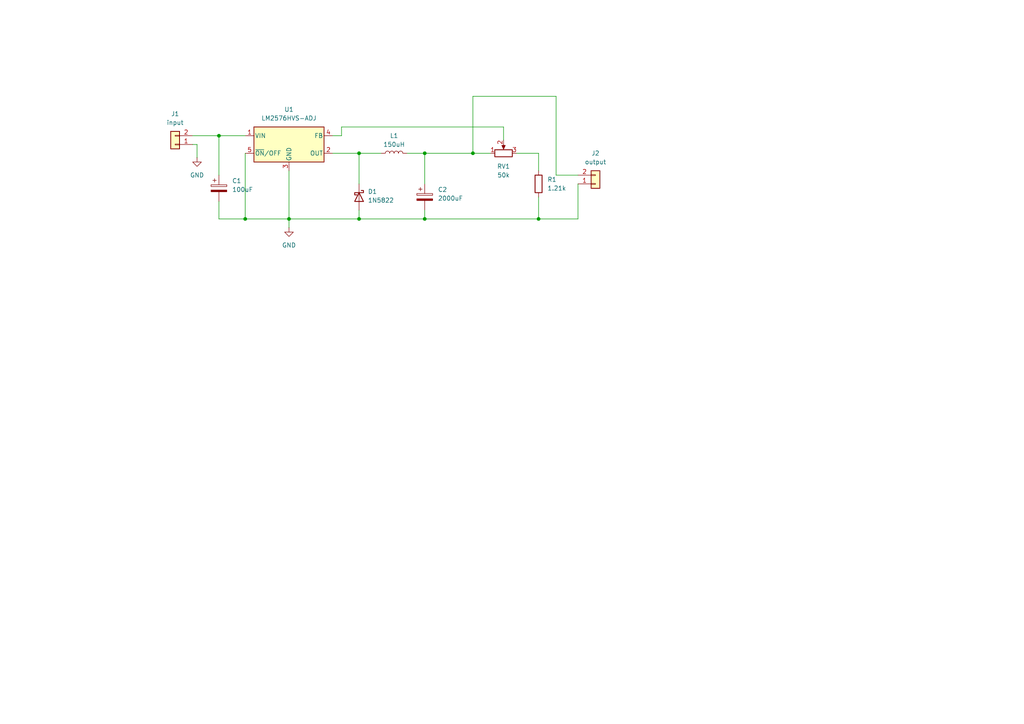
<source format=kicad_sch>
(kicad_sch (version 20231120) (generator "eeschema") (generator_version "8.0")
  (paper "A4")
  (lib_symbols
    (symbol "Connector_Generic:Conn_01x02" (pin_names (offset 1.016) hide)
      (property "Reference" "J" (at 0 2.54 0))
      (property "Value" "Conn_01x02" (at 0 -5.08 0))
      (symbol "Conn_01x02_1_1"
        (rectangle (start -1.27 -2.413) (end 0 -2.667) (stroke (width 0.1524)))
        (rectangle (start -1.27 0.127) (end 0 -0.127) (stroke (width 0.1524)))
        (rectangle (start -1.27 1.27) (end 1.27 -3.81) (stroke (width 0.254)) (fill (type background)))
        (pin passive line (at -5.08 0 0) (length 3.81) (name "Pin_1") (number "1"))
        (pin passive line (at -5.08 -2.54 0) (length 3.81) (name "Pin_2") (number "2"))
      )
    )
    (symbol "Device:C_Polarized" (pin_numbers hide) (pin_names (offset 0.254))
      (property "Reference" "C" (at 0.635 2.54 0))
      (property "Value" "C_Polarized" (at 0.635 -2.54 0))
      (symbol "C_Polarized_0_1"
        (rectangle (start -2.286 0.508) (end 2.286 1.016))
        (polyline (pts (xy -1.778 2.286) (xy -0.762 2.286)))
        (polyline (pts (xy -1.27 2.794) (xy -1.27 1.778)))
        (rectangle (start 2.286 -0.508) (end -2.286 -1.016) (fill (type outline)))
      )
      (symbol "C_Polarized_1_1"
        (pin passive line (at 0 3.81 270) (length 2.794) (name "~") (number "1"))
        (pin passive line (at 0 -3.81 90) (length 2.794) (name "~") (number "2"))
      )
    )
    (symbol "Device:L" (pin_numbers hide) (pin_names (offset 1.016) hide)
      (property "Reference" "L" (at -1.27 0 90))
      (property "Value" "L" (at 1.905 0 90))
      (symbol "L_0_1"
        (arc (start 0 -2.54) (mid 0.6323 -1.905) (end 0 -1.27))
        (arc (start 0 -1.27) (mid 0.6323 -0.635) (end 0 0))
        (arc (start 0 0) (mid 0.6323 0.635) (end 0 1.27))
        (arc (start 0 1.27) (mid 0.6323 1.905) (end 0 2.54))
      )
      (symbol "L_1_1"
        (pin passive line (at 0 3.81 270) (length 1.27) (name "1") (number "1"))
        (pin passive line (at 0 -3.81 90) (length 1.27) (name "2") (number "2"))
      )
    )
    (symbol "Device:R" (pin_numbers hide) (pin_names (offset 0))
      (property "Reference" "R" (at 2.032 0 90))
      (property "Value" "R" (at 0 0 90))
      (symbol "R_0_1"
        (rectangle (start -1.016 -2.54) (end 1.016 2.54) (stroke (width 0.254)))
      )
      (symbol "R_1_1"
        (pin passive line (at 0 3.81 270) (length 1.27) (name "~") (number "1"))
        (pin passive line (at 0 -3.81 90) (length 1.27) (name "~") (number "2"))
      )
    )
    (symbol "Device:R_Potentiometer" (pin_names (offset 1.016) hide)
      (property "Reference" "RV" (at -4.445 0 90))
      (property "Value" "R_Potentiometer" (at -2.54 0 90))
      (symbol "R_Potentiometer_0_1"
        (polyline (pts (xy 2.54 0) (xy 1.524 0)))
        (polyline (pts (xy 1.143 0) (xy 2.286 0.508) (xy 2.286 -0.508) (xy 1.143 0)) (fill (type outline)))
        (rectangle (start 1.016 2.54) (end -1.016 -2.54) (stroke (width 0.254)))
      )
      (symbol "R_Potentiometer_1_1"
        (pin passive line (at 0 3.81 270) (length 1.27) (name "1") (number "1"))
        (pin passive line (at 3.81 0 180) (length 1.27) (name "2") (number "2"))
        (pin passive line (at 0 -3.81 90) (length 1.27) (name "3") (number "3"))
      )
    )
    (symbol "Diode:1N5822" (pin_numbers hide) (pin_names (offset 1.016) hide)
      (property "Reference" "D" (at 0 2.54 0))
      (property "Value" "1N5822" (at 0 -2.54 0))
      (symbol "1N5822_0_1"
        (polyline (pts (xy 1.27 0) (xy -1.27 0)))
        (polyline (pts (xy 1.27 1.27) (xy 1.27 -1.27) (xy -1.27 0) (xy 1.27 1.27)) (stroke (width 0.254)))
        (polyline (pts (xy -1.905 0.635) (xy -1.905 1.27) (xy -1.27 1.27) (xy -1.27 -1.27) (xy -0.635 -1.27) (xy -0.635 -0.635)) (stroke (width 0.254)))
      )
      (symbol "1N5822_1_1"
        (pin passive line (at -3.81 0 0) (length 2.54) (name "K") (number "1"))
        (pin passive line (at 3.81 0 180) (length 2.54) (name "A") (number "2"))
      )
    )
    (symbol "Regulator_Switching:LM2576HVS-ADJ" (pin_names (offset 0.254))
      (property "Reference" "U" (at -10.16 6.35 0))
      (property "Value" "LM2576HVS-ADJ" (at 0 6.35 0))
      (symbol "LM2576HVS-ADJ_0_1"
        (rectangle (start -10.16 5.08) (end 10.16 -5.08) (stroke (width 0.254)) (fill (type background)))
      )
      (symbol "LM2576HVS-ADJ_1_1"
        (pin power_in line (at -12.7 2.54 0) (length 2.54) (name "VIN") (number "1"))
        (pin output line (at 12.7 -2.54 180) (length 2.54) (name "OUT") (number "2"))
        (pin power_in line (at 0 -7.62 90) (length 2.54) (name "GND") (number "3"))
        (pin input line (at 12.7 2.54 180) (length 2.54) (name "FB") (number "4"))
        (pin input line (at -12.7 -2.54 0) (length 2.54) (name "~{ON}/OFF") (number "5"))
      )
    )
    (symbol "power:GND" (power) (pin_numbers hide) (pin_names (offset 0) hide)
      (property "Value" "GND" (at 0 -3.81 0))
      (symbol "GND_0_1"
        (polyline (pts (xy 0 0) (xy 0 -1.27) (xy 1.27 -1.27) (xy 0 -2.54) (xy -1.27 -1.27) (xy 0 -1.27)))
      )
      (symbol "GND_1_1"
        (pin power_in line (at 0 0 270) (length 0) (name "~") (number "1"))
      )
    )
  )
  (junction (at 156.21 63.5))
  (junction (at 83.82 63.5))
  (junction (at 123.19 63.5))
  (junction (at 104.14 63.5))
  (junction (at 71.12 63.5))
  (junction (at 137.16 44.45))
  (junction (at 63.5 39.37))
  (junction (at 104.14 44.45))
  (junction (at 123.19 44.45))
  (wire (pts (xy 167.64 63.5) (xy 156.21 63.5)))
  (wire (pts (xy 99.06 36.83) (xy 146.05 36.83)))
  (wire (pts (xy 146.05 36.83) (xy 146.05 40.64)))
  (wire (pts (xy 71.12 39.37) (xy 63.5 39.37)))
  (wire (pts (xy 123.19 44.45) (xy 123.19 53.34)))
  (wire (pts (xy 63.5 39.37) (xy 63.5 50.8)))
  (wire (pts (xy 161.29 50.8) (xy 161.29 27.94)))
  (wire (pts (xy 63.5 63.5) (xy 71.12 63.5)))
  (wire (pts (xy 71.12 44.45) (xy 71.12 63.5)))
  (wire (pts (xy 167.64 53.34) (xy 167.64 63.5)))
  (wire (pts (xy 55.88 41.91) (xy 57.15 41.91)))
  (wire (pts (xy 83.82 63.5) (xy 83.82 66.04)))
  (wire (pts (xy 83.82 49.53) (xy 83.82 63.5)))
  (wire (pts (xy 104.14 44.45) (xy 104.14 53.34)))
  (wire (pts (xy 104.14 44.45) (xy 110.49 44.45)))
  (wire (pts (xy 123.19 63.5) (xy 104.14 63.5)))
  (wire (pts (xy 99.06 39.37) (xy 99.06 36.83)))
  (wire (pts (xy 156.21 57.15) (xy 156.21 63.5)))
  (wire (pts (xy 156.21 44.45) (xy 149.86 44.45)))
  (wire (pts (xy 137.16 44.45) (xy 142.24 44.45)))
  (wire (pts (xy 55.88 39.37) (xy 63.5 39.37)))
  (wire (pts (xy 118.11 44.45) (xy 123.19 44.45)))
  (wire (pts (xy 63.5 58.42) (xy 63.5 63.5)))
  (wire (pts (xy 104.14 63.5) (xy 83.82 63.5)))
  (wire (pts (xy 156.21 49.53) (xy 156.21 44.45)))
  (wire (pts (xy 96.52 44.45) (xy 104.14 44.45)))
  (wire (pts (xy 137.16 27.94) (xy 137.16 44.45)))
  (wire (pts (xy 96.52 39.37) (xy 99.06 39.37)))
  (wire (pts (xy 57.15 41.91) (xy 57.15 45.72)))
  (wire (pts (xy 123.19 44.45) (xy 137.16 44.45)))
  (wire (pts (xy 104.14 60.96) (xy 104.14 63.5)))
  (wire (pts (xy 156.21 63.5) (xy 123.19 63.5)))
  (wire (pts (xy 71.12 63.5) (xy 83.82 63.5)))
  (wire (pts (xy 161.29 27.94) (xy 137.16 27.94)))
  (wire (pts (xy 167.64 50.8) (xy 161.29 50.8)))
  (wire (pts (xy 123.19 60.96) (xy 123.19 63.5)))
  (symbol (lib_id "Device:C_Polarized") (at 63.5 54.61 0) (unit 1)
    (property "Reference" "C1" (at 67.31 52.4509 0) (effects (justify left)))
    (property "Value" "100uF" (at 67.31 54.9909 0) (effects (justify left)))
    (property "Footprint" "Capacitor_SMD:CP_Elec_8x6.5" (effects (hide yes)))
    (property "Description" "Polarized capacitor" (effects (hide yes)))
  )
  (symbol (lib_id "power:GND") (at 57.15 45.72 0) (unit 1)
    (property "Reference" "#PWR02" (effects (hide yes)))
    (property "Value" "GND" (at 57.15 50.8 0))
    (property "Description" "Power symbol creates a global label with name \"GND\" , ground" (effects (hide yes)))
  )
  (symbol (lib_id "Regulator_Switching:LM2576HVS-ADJ") (at 83.82 41.91 0) (unit 1)
    (property "Reference" "U1" (at 83.82 31.75 0))
    (property "Value" "LM2576HVS-ADJ" (at 83.82 34.29 0))
    (property "Footprint" "Package_TO_SOT_SMD:TO-263-5_TabPin3" (effects (hide yes)))
    (property "Datasheet" "http://www.ti.com/lit/ds/symlink/lm2576.pdf" (effects (hide yes)))
    (property "Description" "Adjustable Output Voltage, 3A SIMPLE SWITCHER® Step-Down Voltage Regulator, High Voltage Input, TO-263" (effects (hide yes)))
  )
  (symbol (lib_id "Diode:1N5822") (at 104.14 57.15 270) (unit 1)
    (property "Reference" "D1" (at 106.68 55.5624 90) (effects (justify left)))
    (property "Value" "1N5822" (at 106.68 58.1024 90) (effects (justify left)))
    (property "Footprint" "Diode_SMD:D_SMA_Handsoldering" (effects (hide yes)))
    (property "Datasheet" "http://www.vishay.com/docs/88526/1n5820.pdf" (effects (hide yes)))
    (property "Description" "40V 3A Schottky Barrier Rectifier Diode, DO-201AD" (effects (hide yes)))
  )
  (symbol (lib_id "power:GND") (at 83.82 66.04 0) (unit 1)
    (property "Reference" "#PWR01" (effects (hide yes)))
    (property "Value" "GND" (at 83.82 71.12 0))
    (property "Description" "Power symbol creates a global label with name \"GND\" , ground" (effects (hide yes)))
  )
  (symbol (lib_id "Device:R") (at 156.21 53.34 0) (unit 1)
    (property "Reference" "R1" (at 158.75 52.0699 0) (effects (justify left)))
    (property "Value" "1.21k" (at 158.75 54.6099 0) (effects (justify left)))
    (property "Footprint" "Resistor_SMD:R_1206_3216Metric" (effects (hide yes)))
    (property "Description" "Resistor" (effects (hide yes)))
  )
  (symbol (lib_id "Connector_Generic:Conn_01x02") (at 50.8 41.91 180) (unit 1)
    (property "Reference" "J1" (at 50.8 33.02 0))
    (property "Value" "input" (at 50.8 35.56 0))
    (property "Footprint" "Connector_Phoenix_MC:PhoenixContact_MC_1,5_2-G-3.5_1x02_P3.50mm_Horizontal" (effects (hide yes)))
    (property "Description" "Generic connector, single row, 01x02, script generated (kicad-library-utils/schlib/autogen/connector/)" (effects (hide yes)))
  )
  (symbol (lib_id "Connector_Generic:Conn_01x02") (at 172.72 53.34 0) (mirror x) (unit 1)
    (property "Reference" "J2" (at 172.72 44.45 0))
    (property "Value" "output" (at 172.72 46.99 0))
    (property "Footprint" "Connector_Phoenix_MC:PhoenixContact_MC_1,5_2-G-3.5_1x02_P3.50mm_Horizontal" (effects (hide yes)))
    (property "Description" "Generic connector, single row, 01x02, script generated (kicad-library-utils/schlib/autogen/connector/)" (effects (hide yes)))
  )
  (symbol (lib_id "Device:R_Potentiometer") (at 146.05 44.45 90) (unit 1)
    (property "Reference" "RV1" (at 146.05 48.26 90))
    (property "Value" "50k" (at 146.05 50.8 90))
    (property "Footprint" "Potentiometer_THT:Potentiometer_Bourns_3296W_Vertical" (effects (hide yes)))
    (property "Description" "Potentiometer" (effects (hide yes)))
  )
  (symbol (lib_id "Device:C_Polarized") (at 123.19 57.15 0) (unit 1)
    (property "Reference" "C2" (at 127 54.9909 0) (effects (justify left)))
    (property "Value" "2000uF" (at 127 57.5309 0) (effects (justify left)))
    (property "Footprint" "Capacitor_SMD:CP_Elec_16x17.5" (effects (hide yes)))
    (property "Description" "Polarized capacitor" (effects (hide yes)))
  )
  (symbol (lib_id "Device:L") (at 114.3 44.45 90) (unit 1)
    (property "Reference" "L1" (at 114.3 39.37 90))
    (property "Value" "150uH" (at 114.3 41.91 90))
    (property "Footprint" "Inductor_SMD:L_1210_3225Metric" (effects (hide yes)))
    (property "Description" "Inductor" (effects (hide yes)))
  )
)
</source>
